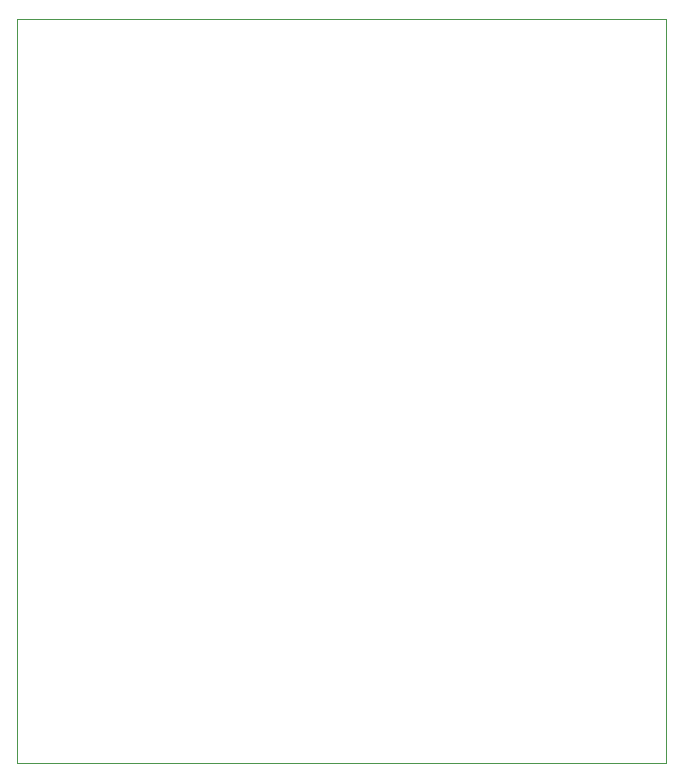
<source format=gbr>
%TF.GenerationSoftware,KiCad,Pcbnew,8.0.3*%
%TF.CreationDate,2024-12-28T18:33:21+01:00*%
%TF.ProjectId,picoballoon,7069636f-6261-46c6-9c6f-6f6e2e6b6963,rev?*%
%TF.SameCoordinates,Original*%
%TF.FileFunction,Profile,NP*%
%FSLAX46Y46*%
G04 Gerber Fmt 4.6, Leading zero omitted, Abs format (unit mm)*
G04 Created by KiCad (PCBNEW 8.0.3) date 2024-12-28 18:33:21*
%MOMM*%
%LPD*%
G01*
G04 APERTURE LIST*
%TA.AperFunction,Profile*%
%ADD10C,0.100000*%
%TD*%
G04 APERTURE END LIST*
D10*
X106770000Y-66010000D02*
X161770000Y-66010000D01*
X161770000Y-129010000D01*
X106770000Y-129010000D01*
X106770000Y-66010000D01*
M02*

</source>
